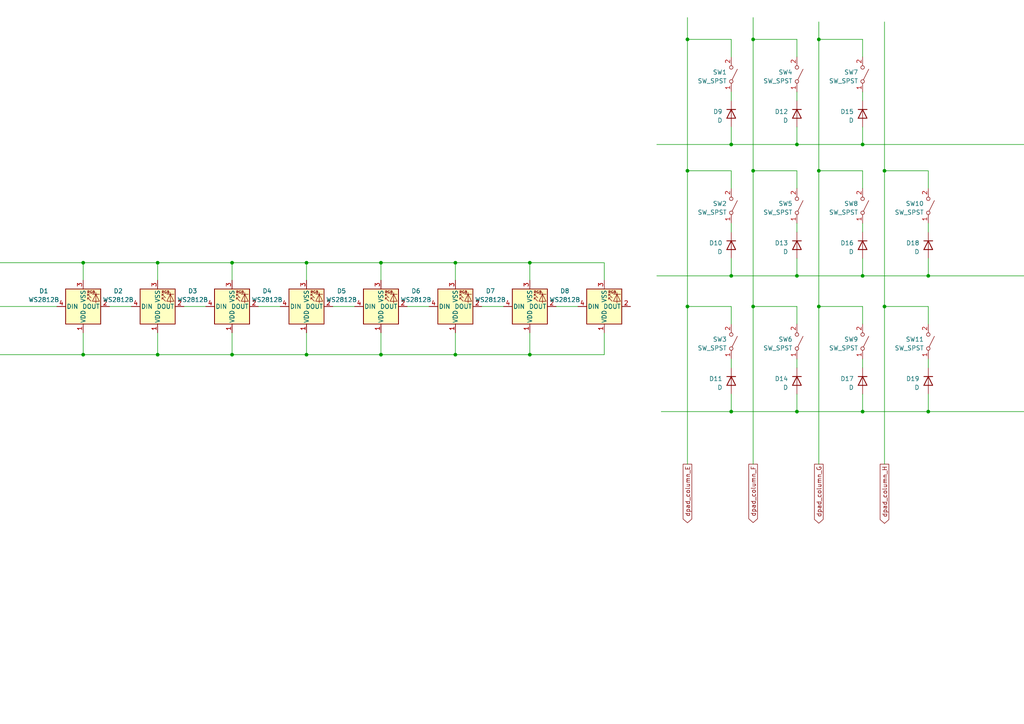
<source format=kicad_sch>
(kicad_sch (version 20230121) (generator eeschema)
  (paper "A4")
  (lib_symbols
    (symbol "Device:D" (pin_numbers hide) (pin_names (offset 1.016) hide)
      (property "Reference" "D" (at 0 2.54 0))
      (property "Value" "D" (at 0 -2.54 0))
      (symbol "D_0_1"
        (polyline (pts (xy -1.27 1.27) (xy -1.27 -1.27)) (stroke (width 0.254)))
        (polyline (pts (xy 1.27 0) (xy -1.27 0)))
        (polyline (pts (xy 1.27 1.27) (xy 1.27 -1.27) (xy -1.27 0) (xy 1.27 1.27)) (stroke (width 0.254)))
      )
      (symbol "D_1_1"
        (pin passive line (at -3.81 0 0) (length 2.54) (name "K") (number "1"))
        (pin passive line (at 3.81 0 180) (length 2.54) (name "A") (number "2"))
      )
    )
    (symbol "GND_1" (power) (pin_names (offset 0))
      (property "Value" "GND_1" (at 0 -3.81 0))
      (symbol "GND_1_0_1"
        (polyline (pts (xy 0 0) (xy 0 -1.27) (xy 1.27 -1.27) (xy 0 -2.54) (xy -1.27 -1.27) (xy 0 -1.27)))
      )
      (symbol "GND_1_1_1"
        (pin power_in line (at 0 0 270) (length 0) hide (name "GND") (number "1"))
      )
    )
    (symbol "LED:WS2812B" (pin_names (offset 0.254))
      (property "Reference" "D" (at 5.08 5.715 0))
      (property "Value" "WS2812B" (at 1.27 -5.715 0))
      (symbol "WS2812B_0_0"
        (text "RGB" (at 2.286 -4.191 0) (effects (font (size 0.762 0.762))))
      )
      (symbol "WS2812B_0_1"
        (polyline (pts (xy 1.27 -3.556) (xy 1.778 -3.556)))
        (polyline (pts (xy 1.27 -2.54) (xy 1.778 -2.54)))
        (polyline (pts (xy 4.699 -3.556) (xy 2.667 -3.556)))
        (polyline (pts (xy 2.286 -2.54) (xy 1.27 -3.556) (xy 1.27 -3.048)))
        (polyline (pts (xy 2.286 -1.524) (xy 1.27 -2.54) (xy 1.27 -2.032)))
        (polyline (pts (xy 3.683 -1.016) (xy 3.683 -3.556) (xy 3.683 -4.064)))
        (polyline (pts (xy 4.699 -1.524) (xy 2.667 -1.524) (xy 3.683 -3.556) (xy 4.699 -1.524)))
        (rectangle (start 5.08 5.08) (end -5.08 -5.08) (stroke (width 0.254)) (fill (type background)))
      )
      (symbol "WS2812B_1_1"
        (pin power_in line (at 0 7.62 270) (length 2.54) (name "VDD") (number "1"))
        (pin output line (at 7.62 0 180) (length 2.54) (name "DOUT") (number "2"))
        (pin power_in line (at 0 -7.62 90) (length 2.54) (name "VSS") (number "3"))
        (pin input line (at -7.62 0 0) (length 2.54) (name "DIN") (number "4"))
      )
    )
    (symbol "Switch:SW_SPST" (pin_names (offset 0) hide)
      (property "Reference" "SW" (at 0 3.175 0))
      (property "Value" "SW_SPST" (at 0 -2.54 0))
      (symbol "SW_SPST_0_0"
        (circle (center -2.032 0) (radius 0.508))
        (polyline (pts (xy -1.524 0.254) (xy 1.524 1.778)))
        (circle (center 2.032 0) (radius 0.508))
      )
      (symbol "SW_SPST_1_1"
        (pin passive line (at -5.08 0 0) (length 2.54) (name "A") (number "1"))
        (pin passive line (at 5.08 0 180) (length 2.54) (name "B") (number "2"))
      )
    )
    (symbol "power:+5V" (power) (pin_names (offset 0))
      (property "Value" "+5V" (at 0 3.556 0))
      (symbol "+5V_0_1"
        (polyline (pts (xy -0.762 1.27) (xy 0 2.54)))
        (polyline (pts (xy 0 0) (xy 0 2.54)))
        (polyline (pts (xy 0 2.54) (xy 0.762 1.27)))
      )
      (symbol "+5V_1_1"
        (pin power_in line (at 0 0 90) (length 0) hide (name "+5V") (number "1"))
      )
    )
  )
  (junction (at 218.44 49.53))
  (junction (at 231.14 119.38))
  (junction (at 256.54 88.9))
  (junction (at 24.13 76.2))
  (junction (at 237.49 11.43))
  (junction (at 250.19 119.38))
  (junction (at 199.39 11.43))
  (junction (at 45.72 102.87))
  (junction (at 24.13 102.87))
  (junction (at 256.54 49.53))
  (junction (at 110.49 76.2))
  (junction (at 231.14 80.01))
  (junction (at 218.44 11.43))
  (junction (at 269.24 80.01))
  (junction (at 250.19 41.91))
  (junction (at 153.67 102.87))
  (junction (at 88.9 102.87))
  (junction (at 212.09 119.38))
  (junction (at 212.09 41.91))
  (junction (at 45.72 76.2))
  (junction (at 132.08 76.2))
  (junction (at 237.49 88.9))
  (junction (at 67.31 102.87))
  (junction (at 88.9 76.2))
  (junction (at 237.49 49.53))
  (junction (at 250.19 80.01))
  (junction (at 269.24 119.38))
  (junction (at 153.67 76.2))
  (junction (at 199.39 88.9))
  (junction (at 110.49 102.87))
  (junction (at 231.14 41.91))
  (junction (at 212.09 80.01))
  (junction (at 218.44 88.9))
  (junction (at 67.31 76.2))
  (junction (at 199.39 49.53))
  (junction (at 132.08 102.87))
  (wire (pts (xy 299.72 119.38) (xy 269.24 119.38)))
  (wire (pts (xy 212.09 16.51) (xy 212.09 11.43)))
  (wire (pts (xy 199.39 5.08) (xy 199.39 11.43)))
  (wire (pts (xy 269.24 80.01) (xy 250.19 80.01)))
  (wire (pts (xy 250.19 119.38) (xy 231.14 119.38)))
  (wire (pts (xy 110.49 96.52) (xy 110.49 102.87)))
  (wire (pts (xy 231.14 11.43) (xy 218.44 11.43)))
  (wire (pts (xy 175.26 76.2) (xy 175.26 81.28)))
  (wire (pts (xy 250.19 74.93) (xy 250.19 80.01)))
  (wire (pts (xy 250.19 26.67) (xy 250.19 29.21)))
  (wire (pts (xy 231.14 88.9) (xy 218.44 88.9)))
  (wire (pts (xy 256.54 6.35) (xy 256.54 49.53)))
  (wire (pts (xy 269.24 93.98) (xy 269.24 88.9)))
  (wire (pts (xy 110.49 76.2) (xy 88.9 76.2)))
  (wire (pts (xy 153.67 102.87) (xy 132.08 102.87)))
  (wire (pts (xy 212.09 104.14) (xy 212.09 106.68)))
  (wire (pts (xy 67.31 76.2) (xy 45.72 76.2)))
  (wire (pts (xy 59.69 88.9) (xy 53.34 88.9)))
  (wire (pts (xy 250.19 88.9) (xy 237.49 88.9)))
  (wire (pts (xy 16.51 88.9) (xy -11.43 88.9)))
  (wire (pts (xy 45.72 76.2) (xy 45.72 81.28)))
  (wire (pts (xy 102.87 88.9) (xy 96.52 88.9)))
  (wire (pts (xy 81.28 88.9) (xy 74.93 88.9)))
  (wire (pts (xy 212.09 41.91) (xy 190.5 41.91)))
  (wire (pts (xy 231.14 36.83) (xy 231.14 41.91)))
  (wire (pts (xy 250.19 41.91) (xy 299.72 41.91)))
  (wire (pts (xy 269.24 64.77) (xy 269.24 67.31)))
  (wire (pts (xy 212.09 54.61) (xy 212.09 49.53)))
  (wire (pts (xy 88.9 102.87) (xy 67.31 102.87)))
  (wire (pts (xy 132.08 96.52) (xy 132.08 102.87)))
  (wire (pts (xy 153.67 76.2) (xy 132.08 76.2)))
  (wire (pts (xy 250.19 64.77) (xy 250.19 67.31)))
  (wire (pts (xy 250.19 16.51) (xy 250.19 11.43)))
  (wire (pts (xy 269.24 104.14) (xy 269.24 106.68)))
  (wire (pts (xy 231.14 49.53) (xy 218.44 49.53)))
  (wire (pts (xy 250.19 54.61) (xy 250.19 49.53)))
  (wire (pts (xy 88.9 96.52) (xy 88.9 102.87)))
  (wire (pts (xy 38.1 88.9) (xy 31.75 88.9)))
  (wire (pts (xy 256.54 88.9) (xy 256.54 134.62)))
  (wire (pts (xy 175.26 96.52) (xy 175.26 102.87)))
  (wire (pts (xy 250.19 36.83) (xy 250.19 41.91)))
  (wire (pts (xy 212.09 88.9) (xy 199.39 88.9)))
  (wire (pts (xy 256.54 49.53) (xy 256.54 88.9)))
  (wire (pts (xy 231.14 119.38) (xy 212.09 119.38)))
  (wire (pts (xy 67.31 76.2) (xy 67.31 81.28)))
  (wire (pts (xy 146.05 88.9) (xy 139.7 88.9)))
  (wire (pts (xy 212.09 93.98) (xy 212.09 88.9)))
  (wire (pts (xy 124.46 88.9) (xy 118.11 88.9)))
  (wire (pts (xy 269.24 114.3) (xy 269.24 119.38)))
  (wire (pts (xy 45.72 102.87) (xy 24.13 102.87)))
  (wire (pts (xy 110.49 102.87) (xy 88.9 102.87)))
  (wire (pts (xy 218.44 49.53) (xy 218.44 88.9)))
  (wire (pts (xy 110.49 76.2) (xy 110.49 81.28)))
  (wire (pts (xy 231.14 41.91) (xy 212.09 41.91)))
  (wire (pts (xy 212.09 80.01) (xy 190.5 80.01)))
  (wire (pts (xy 212.09 74.93) (xy 212.09 80.01)))
  (wire (pts (xy 250.19 11.43) (xy 237.49 11.43)))
  (wire (pts (xy 250.19 80.01) (xy 231.14 80.01)))
  (wire (pts (xy 24.13 102.87) (xy -5.08 102.87)))
  (wire (pts (xy 153.67 76.2) (xy 153.67 81.28)))
  (wire (pts (xy 67.31 96.52) (xy 67.31 102.87)))
  (wire (pts (xy 218.44 11.43) (xy 218.44 49.53)))
  (wire (pts (xy 218.44 88.9) (xy 218.44 134.62)))
  (wire (pts (xy 231.14 26.67) (xy 231.14 29.21)))
  (wire (pts (xy 212.09 26.67) (xy 212.09 29.21)))
  (wire (pts (xy -5.08 64.77) (xy -5.08 76.2)))
  (wire (pts (xy 218.44 5.08) (xy 218.44 11.43)))
  (wire (pts (xy 231.14 114.3) (xy 231.14 119.38)))
  (wire (pts (xy 212.09 119.38) (xy 191.77 119.38)))
  (wire (pts (xy 167.64 88.9) (xy 161.29 88.9)))
  (wire (pts (xy 231.14 16.51) (xy 231.14 11.43)))
  (wire (pts (xy 299.72 80.01) (xy 269.24 80.01)))
  (wire (pts (xy 269.24 49.53) (xy 256.54 49.53)))
  (wire (pts (xy 269.24 88.9) (xy 256.54 88.9)))
  (wire (pts (xy 250.19 114.3) (xy 250.19 119.38)))
  (wire (pts (xy -5.08 102.87) (xy -5.08 113.03)))
  (wire (pts (xy 237.49 11.43) (xy 237.49 49.53)))
  (wire (pts (xy 199.39 11.43) (xy 199.39 49.53)))
  (wire (pts (xy 237.49 49.53) (xy 237.49 88.9)))
  (wire (pts (xy 132.08 102.87) (xy 110.49 102.87)))
  (wire (pts (xy 212.09 114.3) (xy 212.09 119.38)))
  (wire (pts (xy 88.9 76.2) (xy 67.31 76.2)))
  (wire (pts (xy 250.19 41.91) (xy 231.14 41.91)))
  (wire (pts (xy 153.67 96.52) (xy 153.67 102.87)))
  (wire (pts (xy 199.39 49.53) (xy 199.39 88.9)))
  (wire (pts (xy 212.09 36.83) (xy 212.09 41.91)))
  (wire (pts (xy 231.14 93.98) (xy 231.14 88.9)))
  (wire (pts (xy 88.9 81.28) (xy 88.9 76.2)))
  (wire (pts (xy 269.24 119.38) (xy 250.19 119.38)))
  (wire (pts (xy 175.26 102.87) (xy 153.67 102.87)))
  (wire (pts (xy 199.39 88.9) (xy 199.39 134.62)))
  (wire (pts (xy 45.72 76.2) (xy 24.13 76.2)))
  (wire (pts (xy 212.09 11.43) (xy 199.39 11.43)))
  (wire (pts (xy 212.09 49.53) (xy 199.39 49.53)))
  (wire (pts (xy 231.14 64.77) (xy 231.14 67.31)))
  (wire (pts (xy 132.08 76.2) (xy 110.49 76.2)))
  (wire (pts (xy 212.09 64.77) (xy 212.09 67.31)))
  (wire (pts (xy 175.26 76.2) (xy 153.67 76.2)))
  (wire (pts (xy 269.24 74.93) (xy 269.24 80.01)))
  (wire (pts (xy 132.08 76.2) (xy 132.08 81.28)))
  (wire (pts (xy 237.49 88.9) (xy 237.49 134.62)))
  (wire (pts (xy 231.14 74.93) (xy 231.14 80.01)))
  (wire (pts (xy 67.31 102.87) (xy 45.72 102.87)))
  (wire (pts (xy 250.19 93.98) (xy 250.19 88.9)))
  (wire (pts (xy 237.49 6.35) (xy 237.49 11.43)))
  (wire (pts (xy 24.13 76.2) (xy 24.13 81.28)))
  (wire (pts (xy 231.14 54.61) (xy 231.14 49.53)))
  (wire (pts (xy 250.19 104.14) (xy 250.19 106.68)))
  (wire (pts (xy 269.24 54.61) (xy 269.24 49.53)))
  (wire (pts (xy 45.72 96.52) (xy 45.72 102.87)))
  (wire (pts (xy 231.14 104.14) (xy 231.14 106.68)))
  (wire (pts (xy 250.19 49.53) (xy 237.49 49.53)))
  (wire (pts (xy 231.14 80.01) (xy 212.09 80.01)))
  (wire (pts (xy 24.13 96.52) (xy 24.13 102.87)))
  (wire (pts (xy 24.13 76.2) (xy -5.08 76.2)))
  (global_label "dpad_column_G" (shape output) (at 237.49 134.62 270) (property "Intersheetrefs" "${INTERSHEET_REFS}" (effects hide)))
  (global_label "padsLED_R" (shape output) (at -11.43 88.9 180) (property "Intersheetrefs" "${INTERSHEET_REFS}" (effects hide)))
  (global_label "dpad_column_H" (shape output) (at 256.54 134.62 270) (property "Intersheetrefs" "${INTERSHEET_REFS}" (effects hide)))
  (global_label "dpad_row_1" (shape input) (at 299.72 41.91 0) (property "Intersheetrefs" "${INTERSHEET_REFS}" (effects hide)))
  (global_label "dpad_row_2" (shape input) (at 299.72 80.01 0) (property "Intersheetrefs" "${INTERSHEET_REFS}" (effects hide)))
  (global_label "dpad_column_F" (shape output) (at 218.44 134.62 270) (property "Intersheetrefs" "${INTERSHEET_REFS}" (effects hide)))
  (global_label "dpad_row_3" (shape input) (at 299.72 119.38 0) (property "Intersheetrefs" "${INTERSHEET_REFS}" (effects hide)))
  (global_label "dpad_column_E" (shape output) (at 199.39 134.62 270) (property "Intersheetrefs" "${INTERSHEET_REFS}" (effects hide)))
  (symbol (lib_id "LED:WS2812B") (at 153.67 88.9 0) (mirror x) (unit 1)
    (property "Reference" "D7" (at 142.24 84.4041 0))
    (property "Value" "WS2812B" (at 142.24 86.9441 0))
    (property "Footprint" "LED_SMD:LED_WS2812B_PLCC4_5.0x5.0mm_P3.2mm" (effects hide))
    (property "Datasheet" "https://cdn-shop.adafruit.com/datasheets/WS2812B.pdf" (effects hide))
  )
  (symbol (lib_id "Switch:SW_SPST") (at 250.19 59.69 270) (mirror x) (unit 1)
    (property "Reference" "SW8" (at 248.92 59.055 90) (effects (justify right)))
    (property "Value" "SW_SPST" (at 248.92 61.595 90) (effects (justify right)))
    (property "Footprint" "Button_Switch_Keyboard:SW_Cherry_MX_1.00u_PCB" (effects hide))
  )
  (symbol (lib_id "Device:D") (at 212.09 71.12 90) (mirror x) (unit 1)
    (property "Reference" "D10" (at 209.55 70.485 90) (effects (justify left)))
    (property "Value" "D" (at 209.55 73.025 90) (effects (justify left)))
    (property "Footprint" "Diode_THT:D_5KPW_P12.70mm_Horizontal" (effects hide))
    (property "Sim.Device" "D" (effects hide))
    (property "Sim.Pins" "1=K 2=A" (effects hide))
  )
  (symbol (lib_id "LED:WS2812B") (at 67.31 88.9 0) (mirror x) (unit 1)
    (property "Reference" "D3" (at 55.88 84.4041 0))
    (property "Value" "WS2812B" (at 55.88 86.9441 0))
    (property "Footprint" "LED_SMD:LED_WS2812B_PLCC4_5.0x5.0mm_P3.2mm" (effects hide))
    (property "Datasheet" "https://cdn-shop.adafruit.com/datasheets/WS2812B.pdf" (effects hide))
  )
  (symbol (lib_id "Device:D") (at 231.14 71.12 90) (mirror x) (unit 1)
    (property "Reference" "D13" (at 228.6 70.485 90) (effects (justify left)))
    (property "Value" "D" (at 228.6 73.025 90) (effects (justify left)))
    (property "Footprint" "Diode_THT:D_5KPW_P12.70mm_Horizontal" (effects hide))
    (property "Sim.Device" "D" (effects hide))
    (property "Sim.Pins" "1=K 2=A" (effects hide))
  )
  (symbol (lib_id "Device:D") (at 231.14 33.02 90) (mirror x) (unit 1)
    (property "Reference" "D12" (at 228.6 32.385 90) (effects (justify left)))
    (property "Value" "D" (at 228.6 34.925 90) (effects (justify left)))
    (property "Footprint" "Diode_THT:D_5KPW_P12.70mm_Horizontal" (effects hide))
    (property "Sim.Device" "D" (effects hide))
    (property "Sim.Pins" "1=K 2=A" (effects hide))
  )
  (symbol (lib_id "Device:D") (at 269.24 110.49 90) (mirror x) (unit 1)
    (property "Reference" "D19" (at 266.7 109.855 90) (effects (justify left)))
    (property "Value" "D" (at 266.7 112.395 90) (effects (justify left)))
    (property "Footprint" "Diode_THT:D_5KPW_P12.70mm_Horizontal" (effects hide))
    (property "Sim.Device" "D" (effects hide))
    (property "Sim.Pins" "1=K 2=A" (effects hide))
  )
  (symbol (lib_id "LED:WS2812B") (at 88.9 88.9 0) (mirror x) (unit 1)
    (property "Reference" "D4" (at 77.47 84.4041 0))
    (property "Value" "WS2812B" (at 77.47 86.9441 0))
    (property "Footprint" "LED_SMD:LED_WS2812B_PLCC4_5.0x5.0mm_P3.2mm" (effects hide))
    (property "Datasheet" "https://cdn-shop.adafruit.com/datasheets/WS2812B.pdf" (effects hide))
  )
  (symbol (lib_id "Device:D") (at 250.19 33.02 90) (mirror x) (unit 1)
    (property "Reference" "D15" (at 247.65 32.385 90) (effects (justify left)))
    (property "Value" "D" (at 247.65 34.925 90) (effects (justify left)))
    (property "Footprint" "Diode_THT:D_5KPW_P12.70mm_Horizontal" (effects hide))
    (property "Sim.Device" "D" (effects hide))
    (property "Sim.Pins" "1=K 2=A" (effects hide))
  )
  (symbol (lib_id "Switch:SW_SPST") (at 212.09 99.06 270) (mirror x) (unit 1)
    (property "Reference" "SW3" (at 210.82 98.425 90) (effects (justify right)))
    (property "Value" "SW_SPST" (at 210.82 100.965 90) (effects (justify right)))
    (property "Footprint" "Button_Switch_Keyboard:SW_Cherry_MX_1.00u_PCB" (effects hide))
  )
  (symbol (lib_id "LED:WS2812B") (at 175.26 88.9 0) (mirror x) (unit 1)
    (property "Reference" "D8" (at 163.83 84.4041 0))
    (property "Value" "WS2812B" (at 163.83 86.9441 0))
    (property "Footprint" "LED_SMD:LED_WS2812B_PLCC4_5.0x5.0mm_P3.2mm" (effects hide))
    (property "Datasheet" "https://cdn-shop.adafruit.com/datasheets/WS2812B.pdf" (effects hide))
  )
  (symbol (lib_id "LED:WS2812B") (at 45.72 88.9 0) (mirror x) (unit 1)
    (property "Reference" "D2" (at 34.29 84.4041 0))
    (property "Value" "WS2812B" (at 34.29 86.9441 0))
    (property "Footprint" "LED_SMD:LED_WS2812B_PLCC4_5.0x5.0mm_P3.2mm" (effects hide))
    (property "Datasheet" "https://cdn-shop.adafruit.com/datasheets/WS2812B.pdf" (effects hide))
  )
  (symbol (lib_id "Device:D") (at 212.09 110.49 90) (mirror x) (unit 1)
    (property "Reference" "D11" (at 209.55 109.855 90) (effects (justify left)))
    (property "Value" "D" (at 209.55 112.395 90) (effects (justify left)))
    (property "Footprint" "Diode_THT:D_5KPW_P12.70mm_Horizontal" (effects hide))
    (property "Sim.Device" "D" (effects hide))
    (property "Sim.Pins" "1=K 2=A" (effects hide))
  )
  (symbol (lib_id "Switch:SW_SPST") (at 231.14 99.06 270) (mirror x) (unit 1)
    (property "Reference" "SW6" (at 229.87 98.425 90) (effects (justify right)))
    (property "Value" "SW_SPST" (at 229.87 100.965 90) (effects (justify right)))
    (property "Footprint" "Button_Switch_Keyboard:SW_Cherry_MX_1.00u_PCB" (effects hide))
  )
  (symbol (lib_id "Switch:SW_SPST") (at 231.14 21.59 270) (mirror x) (unit 1)
    (property "Reference" "SW4" (at 229.87 20.955 90) (effects (justify right)))
    (property "Value" "SW_SPST" (at 229.87 23.495 90) (effects (justify right)))
    (property "Footprint" "Button_Switch_Keyboard:SW_Cherry_MX_1.00u_PCB" (effects hide))
  )
  (symbol (lib_id "Switch:SW_SPST") (at 250.19 21.59 270) (mirror x) (unit 1)
    (property "Reference" "SW7" (at 248.92 20.955 90) (effects (justify right)))
    (property "Value" "SW_SPST" (at 248.92 23.495 90) (effects (justify right)))
    (property "Footprint" "Button_Switch_Keyboard:SW_Cherry_MX_1.00u_PCB" (effects hide))
  )
  (symbol (lib_id "Switch:SW_SPST") (at 212.09 59.69 270) (mirror x) (unit 1)
    (property "Reference" "SW2" (at 210.82 59.055 90) (effects (justify right)))
    (property "Value" "SW_SPST" (at 210.82 61.595 90) (effects (justify right)))
    (property "Footprint" "Button_Switch_Keyboard:SW_Cherry_MX_1.00u_PCB" (effects hide))
  )
  (symbol (lib_id "Device:D") (at 250.19 71.12 90) (mirror x) (unit 1)
    (property "Reference" "D16" (at 247.65 70.485 90) (effects (justify left)))
    (property "Value" "D" (at 247.65 73.025 90) (effects (justify left)))
    (property "Footprint" "Diode_THT:D_5KPW_P12.70mm_Horizontal" (effects hide))
    (property "Sim.Device" "D" (effects hide))
    (property "Sim.Pins" "1=K 2=A" (effects hide))
  )
  (symbol (lib_id "Device:D") (at 231.14 110.49 90) (mirror x) (unit 1)
    (property "Reference" "D14" (at 228.6 109.855 90) (effects (justify left)))
    (property "Value" "D" (at 228.6 112.395 90) (effects (justify left)))
    (property "Footprint" "Diode_THT:D_5KPW_P12.70mm_Horizontal" (effects hide))
    (property "Sim.Device" "D" (effects hide))
    (property "Sim.Pins" "1=K 2=A" (effects hide))
  )
  (symbol (lib_id "LED:WS2812B") (at 132.08 88.9 0) (mirror x) (unit 1)
    (property "Reference" "D6" (at 120.65 84.4041 0))
    (property "Value" "WS2812B" (at 120.65 86.9441 0))
    (property "Footprint" "LED_SMD:LED_WS2812B_PLCC4_5.0x5.0mm_P3.2mm" (effects hide))
    (property "Datasheet" "https://cdn-shop.adafruit.com/datasheets/WS2812B.pdf" (effects hide))
  )
  (symbol (lib_id "Switch:SW_SPST") (at 269.24 59.69 270) (mirror x) (unit 1)
    (property "Reference" "SW10" (at 267.97 59.055 90) (effects (justify right)))
    (property "Value" "SW_SPST" (at 267.97 61.595 90) (effects (justify right)))
    (property "Footprint" "Button_Switch_Keyboard:SW_Cherry_MX_1.00u_PCB" (effects hide))
  )
  (symbol (lib_id "Device:D") (at 212.09 33.02 90) (mirror x) (unit 1)
    (property "Reference" "D9" (at 209.55 32.385 90) (effects (justify left)))
    (property "Value" "D" (at 209.55 34.925 90) (effects (justify left)))
    (property "Footprint" "Diode_THT:D_5KPW_P12.70mm_Horizontal" (effects hide))
    (property "Sim.Device" "D" (effects hide))
    (property "Sim.Pins" "1=K 2=A" (effects hide))
  )
  (symbol (lib_id "Switch:SW_SPST") (at 269.24 99.06 270) (mirror x) (unit 1)
    (property "Reference" "SW11" (at 267.97 98.425 90) (effects (justify right)))
    (property "Value" "SW_SPST" (at 267.97 100.965 90) (effects (justify right)))
    (property "Footprint" "Button_Switch_Keyboard:SW_Cherry_MX_1.00u_PCB" (effects hide))
  )
  (symbol (lib_id "LED:WS2812B") (at 24.13 88.9 0) (mirror x) (unit 1)
    (property "Reference" "D1" (at 12.7 84.4041 0))
    (property "Value" "WS2812B" (at 12.7 86.9441 0))
    (property "Footprint" "LED_SMD:LED_WS2812B_PLCC4_5.0x5.0mm_P3.2mm" (effects hide))
    (property "Datasheet" "https://cdn-shop.adafruit.com/datasheets/WS2812B.pdf" (effects hide))
  )
  (symbol (lib_id "Switch:SW_SPST") (at 250.19 99.06 270) (mirror x) (unit 1)
    (property "Reference" "SW9" (at 248.92 98.425 90) (effects (justify right)))
    (property "Value" "SW_SPST" (at 248.92 100.965 90) (effects (justify right)))
    (property "Footprint" "Button_Switch_Keyboard:SW_Cherry_MX_1.00u_PCB" (effects hide))
  )
  (symbol (lib_id "Switch:SW_SPST") (at 231.14 59.69 270) (mirror x) (unit 1)
    (property "Reference" "SW5" (at 229.87 59.055 90) (effects (justify right)))
    (property "Value" "SW_SPST" (at 229.87 61.595 90) (effects (justify right)))
    (property "Footprint" "Button_Switch_Keyboard:SW_Cherry_MX_1.00u_PCB" (effects hide))
  )
  (symbol (lib_id "LED:WS2812B") (at 110.49 88.9 0) (mirror x) (unit 1)
    (property "Reference" "D5" (at 99.06 84.4041 0))
    (property "Value" "WS2812B" (at 99.06 86.9441 0))
    (property "Footprint" "LED_SMD:LED_WS2812B_PLCC4_5.0x5.0mm_P3.2mm" (effects hide))
    (property "Datasheet" "https://cdn-shop.adafruit.com/datasheets/WS2812B.pdf" (effects hide))
  )
  (symbol (lib_id "power:+5V") (at -5.08 64.77 0) (mirror y) (unit 1)
    (property "Reference" "#PWR01" (effects hide))
    (property "Value" "+5V" (at -5.08 60.96 0))
  )
  (symbol (lib_id "Device:D") (at 269.24 71.12 90) (mirror x) (unit 1)
    (property "Reference" "D18" (at 266.7 70.485 90) (effects (justify left)))
    (property "Value" "D" (at 266.7 73.025 90) (effects (justify left)))
    (property "Footprint" "Diode_THT:D_5KPW_P12.70mm_Horizontal" (effects hide))
    (property "Sim.Device" "D" (effects hide))
    (property "Sim.Pins" "1=K 2=A" (effects hide))
  )
  (symbol (lib_name "GND_1") (lib_id "power:GND") (at -5.08 113.03 0) (mirror y) (unit 1)
    (property "Reference" "#PWR02" (effects hide))
    (property "Value" "GND" (at -5.08 118.11 0))
  )
  (symbol (lib_id "Switch:SW_SPST") (at 212.09 21.59 270) (mirror x) (unit 1)
    (property "Reference" "SW1" (at 210.82 20.955 90) (effects (justify right)))
    (property "Value" "SW_SPST" (at 210.82 23.495 90) (effects (justify right)))
    (property "Footprint" "Button_Switch_Keyboard:SW_Cherry_MX_1.00u_PCB" (effects hide))
  )
  (symbol (lib_id "Device:D") (at 250.19 110.49 90) (mirror x) (unit 1)
    (property "Reference" "D17" (at 247.65 109.855 90) (effects (justify left)))
    (property "Value" "D" (at 247.65 112.395 90) (effects (justify left)))
    (property "Footprint" "Diode_THT:D_5KPW_P12.70mm_Horizontal" (effects hide))
    (property "Sim.Device" "D" (effects hide))
    (property "Sim.Pins" "1=K 2=A" (effects hide))
  )
)
</source>
